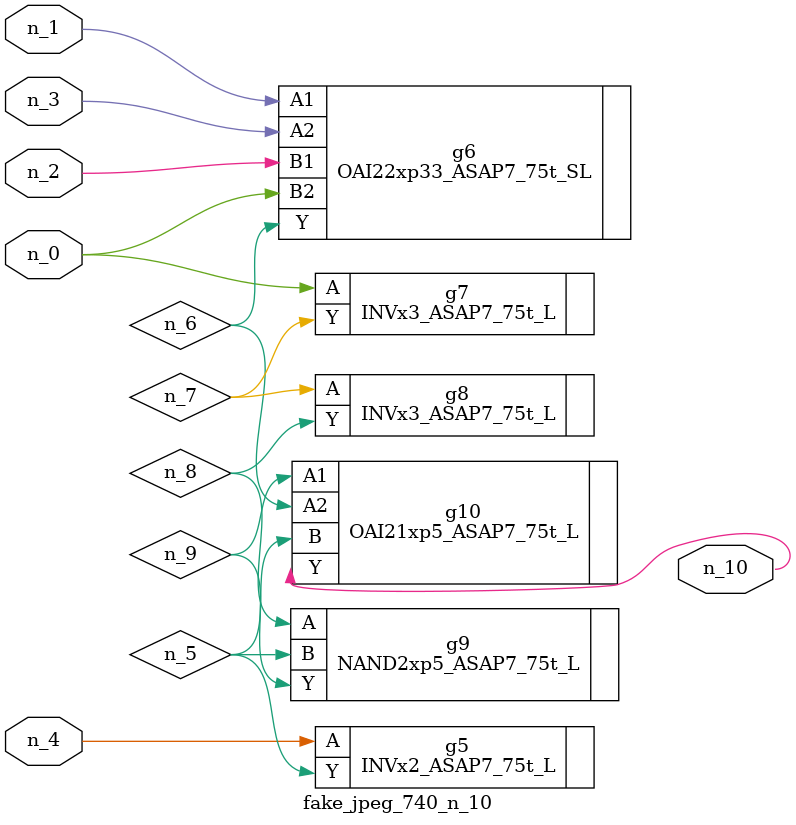
<source format=v>
module fake_jpeg_740_n_10 (n_3, n_2, n_1, n_0, n_4, n_10);

input n_3;
input n_2;
input n_1;
input n_0;
input n_4;

output n_10;

wire n_8;
wire n_9;
wire n_6;
wire n_5;
wire n_7;

INVx2_ASAP7_75t_L g5 ( 
.A(n_4),
.Y(n_5)
);

OAI22xp33_ASAP7_75t_SL g6 ( 
.A1(n_1),
.A2(n_3),
.B1(n_2),
.B2(n_0),
.Y(n_6)
);

INVx3_ASAP7_75t_L g7 ( 
.A(n_0),
.Y(n_7)
);

INVx3_ASAP7_75t_L g8 ( 
.A(n_7),
.Y(n_8)
);

NAND2xp5_ASAP7_75t_L g9 ( 
.A(n_8),
.B(n_5),
.Y(n_9)
);

OAI21xp5_ASAP7_75t_L g10 ( 
.A1(n_9),
.A2(n_6),
.B(n_5),
.Y(n_10)
);


endmodule
</source>
